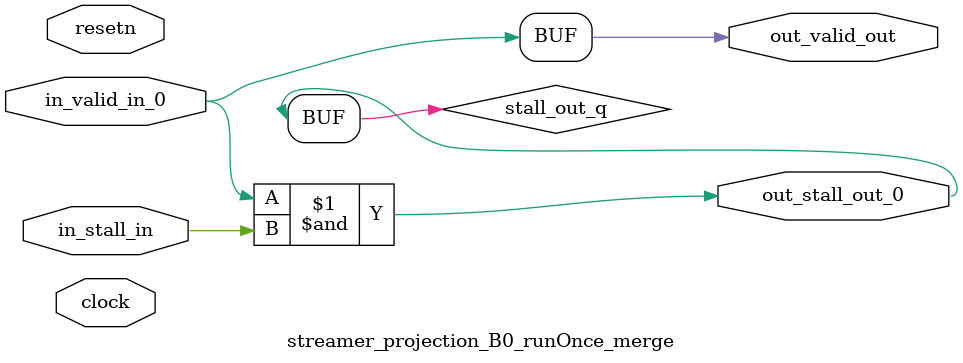
<source format=sv>



(* altera_attribute = "-name AUTO_SHIFT_REGISTER_RECOGNITION OFF; -name MESSAGE_DISABLE 10036; -name MESSAGE_DISABLE 10037; -name MESSAGE_DISABLE 14130; -name MESSAGE_DISABLE 14320; -name MESSAGE_DISABLE 15400; -name MESSAGE_DISABLE 14130; -name MESSAGE_DISABLE 10036; -name MESSAGE_DISABLE 12020; -name MESSAGE_DISABLE 12030; -name MESSAGE_DISABLE 12010; -name MESSAGE_DISABLE 12110; -name MESSAGE_DISABLE 14320; -name MESSAGE_DISABLE 13410; -name MESSAGE_DISABLE 113007; -name MESSAGE_DISABLE 10958" *)
module streamer_projection_B0_runOnce_merge (
    input wire [0:0] in_stall_in,
    input wire [0:0] in_valid_in_0,
    output wire [0:0] out_stall_out_0,
    output wire [0:0] out_valid_out,
    input wire clock,
    input wire resetn
    );

    wire [0:0] stall_out_q;


    // stall_out(LOGICAL,6)
    assign stall_out_q = in_valid_in_0 & in_stall_in;

    // out_stall_out_0(GPOUT,4)
    assign out_stall_out_0 = stall_out_q;

    // out_valid_out(GPOUT,5)
    assign out_valid_out = in_valid_in_0;

endmodule

</source>
